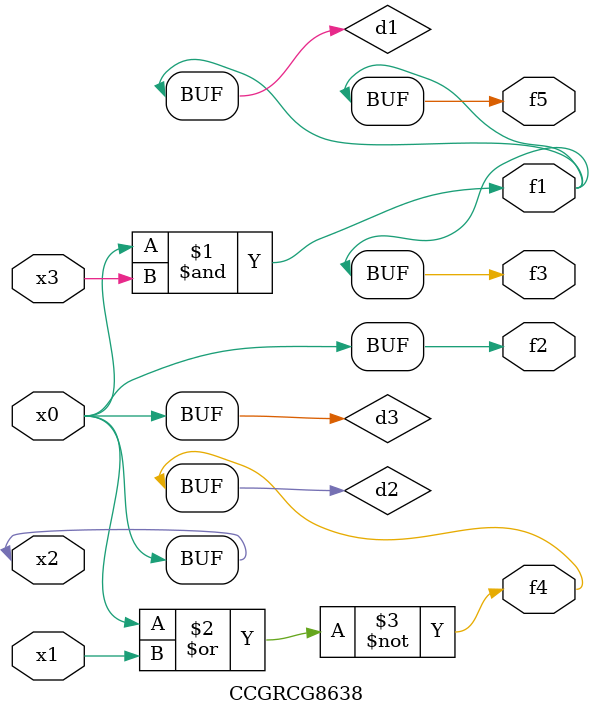
<source format=v>
module CCGRCG8638(
	input x0, x1, x2, x3,
	output f1, f2, f3, f4, f5
);

	wire d1, d2, d3;

	and (d1, x2, x3);
	nor (d2, x0, x1);
	buf (d3, x0, x2);
	assign f1 = d1;
	assign f2 = d3;
	assign f3 = d1;
	assign f4 = d2;
	assign f5 = d1;
endmodule

</source>
